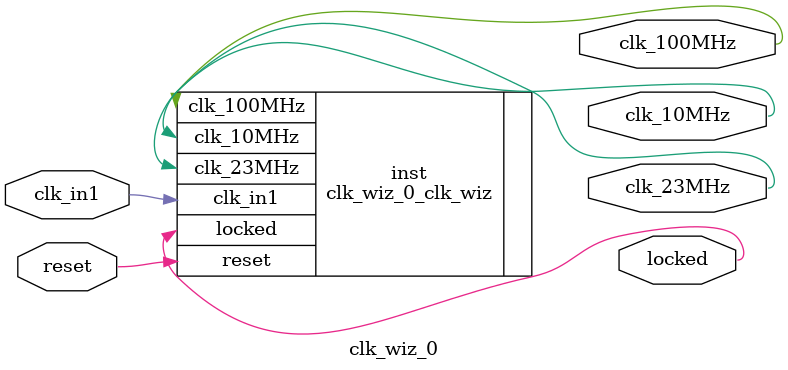
<source format=v>


`timescale 1ps/1ps

(* CORE_GENERATION_INFO = "clk_wiz_0,clk_wiz_v5_4_3_0,{component_name=clk_wiz_0,use_phase_alignment=true,use_min_o_jitter=false,use_max_i_jitter=false,use_dyn_phase_shift=false,use_inclk_switchover=false,use_dyn_reconfig=false,enable_axi=0,feedback_source=FDBK_AUTO,PRIMITIVE=MMCM,num_out_clk=3,clkin1_period=10.000,clkin2_period=10.000,use_power_down=false,use_reset=true,use_locked=true,use_inclk_stopped=false,feedback_type=SINGLE,CLOCK_MGR_TYPE=NA,manual_override=false}" *)

module clk_wiz_0 
 (
  // Clock out ports
  output        clk_100MHz,
  output        clk_10MHz,
  output        clk_23MHz,
  // Status and control signals
  input         reset,
  output        locked,
 // Clock in ports
  input         clk_in1
 );

  clk_wiz_0_clk_wiz inst
  (
  // Clock out ports  
  .clk_100MHz(clk_100MHz),
  .clk_10MHz(clk_10MHz),
  .clk_23MHz(clk_23MHz),
  // Status and control signals               
  .reset(reset), 
  .locked(locked),
 // Clock in ports
  .clk_in1(clk_in1)
  );

endmodule

</source>
